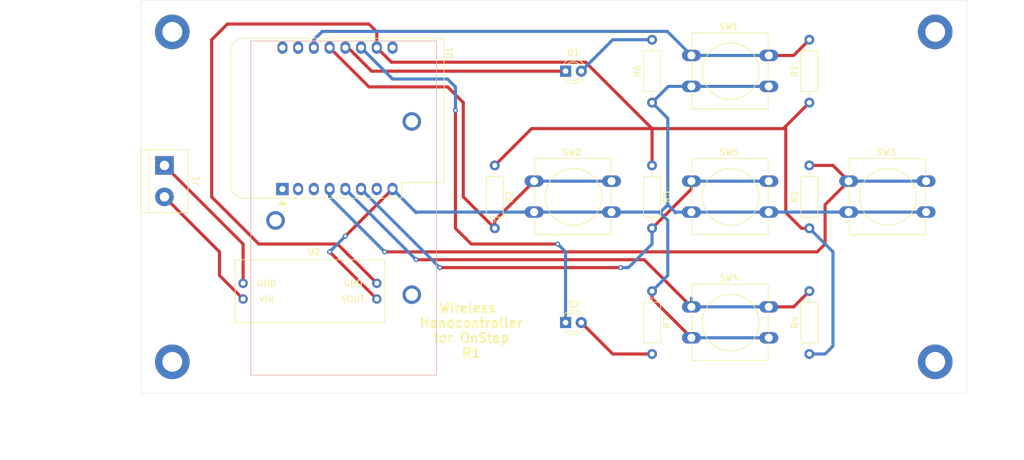
<source format=kicad_pcb>
(kicad_pcb (version 20171130) (host pcbnew "(5.1.9)-1")

  (general
    (thickness 1.6)
    (drawings 7)
    (tracks 132)
    (zones 0)
    (modules 22)
    (nets 21)
  )

  (page A4)
  (title_block
    (title "OnStep Wireless Handcontroller PCB")
    (date 2021-04-17)
    (rev R1)
  )

  (layers
    (0 F.Cu signal)
    (31 B.Cu signal)
    (32 B.Adhes user)
    (33 F.Adhes user)
    (34 B.Paste user)
    (35 F.Paste user)
    (36 B.SilkS user)
    (37 F.SilkS user)
    (38 B.Mask user)
    (39 F.Mask user)
    (40 Dwgs.User user)
    (41 Cmts.User user)
    (42 Eco1.User user)
    (43 Eco2.User user)
    (44 Edge.Cuts user)
    (45 Margin user)
    (46 B.CrtYd user)
    (47 F.CrtYd user)
    (48 B.Fab user)
    (49 F.Fab user)
  )

  (setup
    (last_trace_width 0.5)
    (user_trace_width 0.5)
    (user_trace_width 1)
    (trace_clearance 0.2)
    (zone_clearance 0.508)
    (zone_45_only no)
    (trace_min 0.2)
    (via_size 0.8)
    (via_drill 0.4)
    (via_min_size 0.4)
    (via_min_drill 0.3)
    (user_via 0.6 0.3)
    (uvia_size 0.3)
    (uvia_drill 0.1)
    (uvias_allowed no)
    (uvia_min_size 0.2)
    (uvia_min_drill 0.1)
    (edge_width 0.05)
    (segment_width 0.2)
    (pcb_text_width 0.3)
    (pcb_text_size 1.5 1.5)
    (mod_edge_width 0.12)
    (mod_text_size 1 1)
    (mod_text_width 0.15)
    (pad_size 1.524 1.524)
    (pad_drill 0.762)
    (pad_to_mask_clearance 0)
    (aux_axis_origin 0 0)
    (visible_elements 7FFFFFFF)
    (pcbplotparams
      (layerselection 0x010fc_ffffffff)
      (usegerberextensions false)
      (usegerberattributes true)
      (usegerberadvancedattributes true)
      (creategerberjobfile true)
      (excludeedgelayer true)
      (linewidth 0.100000)
      (plotframeref false)
      (viasonmask false)
      (mode 1)
      (useauxorigin false)
      (hpglpennumber 1)
      (hpglpenspeed 20)
      (hpglpendiameter 15.000000)
      (psnegative false)
      (psa4output false)
      (plotreference true)
      (plotvalue true)
      (plotinvisibletext false)
      (padsonsilk false)
      (subtractmaskfromsilk false)
      (outputformat 1)
      (mirror false)
      (drillshape 1)
      (scaleselection 1)
      (outputdirectory ""))
  )

  (net 0 "")
  (net 1 "Net-(D1-Pad2)")
  (net 2 "Net-(D1-Pad1)")
  (net 3 "Net-(D2-Pad2)")
  (net 4 "Net-(D2-Pad1)")
  (net 5 "Net-(R1-Pad2)")
  (net 6 "Net-(R2-Pad2)")
  (net 7 "Net-(R3-Pad2)")
  (net 8 "Net-(R4-Pad2)")
  (net 9 "Net-(R5-Pad2)")
  (net 10 "Net-(R6-Pad1)")
  (net 11 "Net-(U1-Pad16)")
  (net 12 "Net-(U1-Pad15)")
  (net 13 "Net-(U1-Pad7)")
  (net 14 "Net-(U1-Pad3)")
  (net 15 "Net-(U1-Pad1)")
  (net 16 "Net-(U1-Pad2)")
  (net 17 "Net-(J1-Pad2)")
  (net 18 "Net-(J1-Pad1)")
  (net 19 +9V)
  (net 20 "Net-(U1-Pad9)")

  (net_class Default "This is the default net class."
    (clearance 0.2)
    (trace_width 0.25)
    (via_dia 0.8)
    (via_drill 0.4)
    (uvia_dia 0.3)
    (uvia_drill 0.1)
    (add_net +9V)
    (add_net "Net-(J1-Pad1)")
    (add_net "Net-(J1-Pad2)")
    (add_net "Net-(U1-Pad9)")
  )

  (net_class JLPCB ""
    (clearance 0.3)
    (trace_width 0.5)
    (via_dia 0.8)
    (via_drill 0.4)
    (uvia_dia 0.83)
    (uvia_drill 0.4)
    (diff_pair_width 0.25)
    (diff_pair_gap 0.25)
    (add_net "Net-(D1-Pad1)")
    (add_net "Net-(D1-Pad2)")
    (add_net "Net-(D2-Pad1)")
    (add_net "Net-(D2-Pad2)")
    (add_net "Net-(R1-Pad2)")
    (add_net "Net-(R2-Pad2)")
    (add_net "Net-(R3-Pad2)")
    (add_net "Net-(R4-Pad2)")
    (add_net "Net-(R5-Pad2)")
    (add_net "Net-(R6-Pad1)")
    (add_net "Net-(U1-Pad1)")
    (add_net "Net-(U1-Pad15)")
    (add_net "Net-(U1-Pad16)")
    (add_net "Net-(U1-Pad2)")
    (add_net "Net-(U1-Pad3)")
    (add_net "Net-(U1-Pad7)")
  )

  (module "Personal Library:9V_Batterypack" (layer F.Cu) (tedit 6093FF42) (tstamp 60948858)
    (at 127 99.06 270)
    (fp_text reference REF** (at 0 -19 270) (layer F.SilkS) hide
      (effects (font (size 1 1) (thickness 0.15)))
    )
    (fp_text value 9V_Batterypack (at 0 16 270) (layer B.Fab)
      (effects (font (size 1 1) (thickness 0.15)) (justify mirror))
    )
    (fp_line (start 25 -16) (end -29 -16) (layer B.SilkS) (width 0.12))
    (fp_line (start -29 -16) (end -29 14) (layer B.SilkS) (width 0.12))
    (fp_line (start -29 14) (end 25 14) (layer B.SilkS) (width 0.12))
    (fp_line (start 25 14) (end 25 -16) (layer B.SilkS) (width 0.12))
    (pad "" thru_hole circle (at 0 10 270) (size 3 3) (drill 2) (layers *.Cu *.Mask))
    (pad "" thru_hole circle (at -16 -12 270) (size 3 3) (drill 2) (layers *.Cu *.Mask))
    (pad "" thru_hole circle (at 12 -12 270) (size 3 3) (drill 2) (layers *.Cu *.Mask))
  )

  (module "Personal Library:AMS1117_Shield_AZDelivery" (layer F.Cu) (tedit 6093FB2C) (tstamp 6094862D)
    (at 123.19 110.49)
    (path /6095DB03)
    (fp_text reference U2 (at 0 -6.35) (layer F.SilkS)
      (effects (font (size 1 1) (thickness 0.15)))
    )
    (fp_text value AMS1117_Shield_AZDelivery (at 0 7.62) (layer F.Fab)
      (effects (font (size 1 1) (thickness 0.15)))
    )
    (fp_text user GND (at -7.62 -1.27) (layer F.SilkS)
      (effects (font (size 1 1) (thickness 0.15)))
    )
    (fp_text user GND (at 6.35 -1.27) (layer F.SilkS)
      (effects (font (size 1 1) (thickness 0.15)))
    )
    (fp_text user VOUT (at 6.35 1.27) (layer F.SilkS)
      (effects (font (size 1 1) (thickness 0.15)))
    )
    (fp_text user VIN (at -7.62 1.27) (layer F.SilkS)
      (effects (font (size 1 1) (thickness 0.15)))
    )
    (fp_line (start -12.7 -5.08) (end 11.43 -5.08) (layer F.SilkS) (width 0.12))
    (fp_line (start 11.43 -5.08) (end 11.43 5.08) (layer F.SilkS) (width 0.12))
    (fp_line (start 11.43 5.08) (end -12.7 5.08) (layer F.SilkS) (width 0.12))
    (fp_line (start -12.7 5.08) (end -12.7 -5.08) (layer F.SilkS) (width 0.12))
    (pad 4 thru_hole circle (at 10.16 1.27) (size 1.524 1.524) (drill 0.8) (layers *.Cu *.Mask)
      (net 10 "Net-(R6-Pad1)"))
    (pad 3 thru_hole circle (at 10.16 -1.27) (size 1.524 1.524) (drill 0.8) (layers *.Cu *.Mask)
      (net 19 +9V))
    (pad 1 thru_hole circle (at -11.43 1.27) (size 1.524 1.524) (drill 0.8) (layers *.Cu *.Mask)
      (net 17 "Net-(J1-Pad2)"))
    (pad 2 thru_hole circle (at -11.43 -1.27) (size 1.524 1.524) (drill 0.8) (layers *.Cu *.Mask)
      (net 18 "Net-(J1-Pad1)"))
  )

  (module MountingHole:MountingHole_3.2mm_M3_DIN965_Pad (layer F.Cu) (tedit 56D1B4CB) (tstamp 607DD2BF)
    (at 100.33 68.58)
    (descr "Mounting Hole 3.2mm, M3, DIN965")
    (tags "mounting hole 3.2mm m3 din965")
    (attr virtual)
    (fp_text reference REF** (at 0 -3.8) (layer F.SilkS) hide
      (effects (font (size 1 1) (thickness 0.15)))
    )
    (fp_text value MountingHole_3.2mm_M3_DIN965_Pad (at 0 3.8) (layer F.Fab)
      (effects (font (size 1 1) (thickness 0.15)))
    )
    (fp_circle (center 0 0) (end 3.05 0) (layer F.CrtYd) (width 0.05))
    (fp_circle (center 0 0) (end 2.8 0) (layer Cmts.User) (width 0.15))
    (fp_text user %R (at 0.3 0) (layer F.Fab)
      (effects (font (size 1 1) (thickness 0.15)))
    )
    (pad 1 thru_hole circle (at 0 0) (size 5.6 5.6) (drill 3.2) (layers *.Cu *.Mask))
  )

  (module MountingHole:MountingHole_3.2mm_M3_DIN965_Pad (layer F.Cu) (tedit 56D1B4CB) (tstamp 607DD294)
    (at 223.52 68.58)
    (descr "Mounting Hole 3.2mm, M3, DIN965")
    (tags "mounting hole 3.2mm m3 din965")
    (attr virtual)
    (fp_text reference REF** (at 0 -3.8) (layer F.SilkS) hide
      (effects (font (size 1 1) (thickness 0.15)))
    )
    (fp_text value MountingHole_3.2mm_M3_DIN965_Pad (at 0 3.8) (layer F.Fab)
      (effects (font (size 1 1) (thickness 0.15)))
    )
    (fp_circle (center 0 0) (end 3.05 0) (layer F.CrtYd) (width 0.05))
    (fp_circle (center 0 0) (end 2.8 0) (layer Cmts.User) (width 0.15))
    (fp_text user %R (at 0.3 0) (layer F.Fab)
      (effects (font (size 1 1) (thickness 0.15)))
    )
    (pad 1 thru_hole circle (at 0 0) (size 5.6 5.6) (drill 3.2) (layers *.Cu *.Mask))
  )

  (module MountingHole:MountingHole_3.2mm_M3_DIN965_Pad (layer F.Cu) (tedit 56D1B4CB) (tstamp 607DD268)
    (at 223.52 121.92)
    (descr "Mounting Hole 3.2mm, M3, DIN965")
    (tags "mounting hole 3.2mm m3 din965")
    (attr virtual)
    (fp_text reference REF** (at 0 -3.8) (layer F.SilkS) hide
      (effects (font (size 1 1) (thickness 0.15)))
    )
    (fp_text value MountingHole_3.2mm_M3_DIN965_Pad (at 0 3.8) (layer F.Fab)
      (effects (font (size 1 1) (thickness 0.15)))
    )
    (fp_circle (center 0 0) (end 3.05 0) (layer F.CrtYd) (width 0.05))
    (fp_circle (center 0 0) (end 2.8 0) (layer Cmts.User) (width 0.15))
    (fp_text user %R (at 0.3 0) (layer F.Fab)
      (effects (font (size 1 1) (thickness 0.15)))
    )
    (pad 1 thru_hole circle (at 0 0) (size 5.6 5.6) (drill 3.2) (layers *.Cu *.Mask))
  )

  (module MountingHole:MountingHole_3.2mm_M3_DIN965_Pad (layer F.Cu) (tedit 56D1B4CB) (tstamp 607DD23D)
    (at 100.33 121.92)
    (descr "Mounting Hole 3.2mm, M3, DIN965")
    (tags "mounting hole 3.2mm m3 din965")
    (attr virtual)
    (fp_text reference REF** (at 0 -3.8) (layer F.SilkS) hide
      (effects (font (size 1 1) (thickness 0.15)))
    )
    (fp_text value MountingHole_3.2mm_M3_DIN965_Pad (at 0 3.8) (layer F.Fab)
      (effects (font (size 1 1) (thickness 0.15)))
    )
    (fp_circle (center 0 0) (end 3.05 0) (layer F.CrtYd) (width 0.05))
    (fp_circle (center 0 0) (end 2.8 0) (layer Cmts.User) (width 0.15))
    (fp_text user %R (at 0.3 0) (layer F.Fab)
      (effects (font (size 1 1) (thickness 0.15)))
    )
    (pad 1 thru_hole circle (at 0 0) (size 5.6 5.6) (drill 3.2) (layers *.Cu *.Mask))
  )

  (module Module:WEMOS_D1_mini_light (layer F.Cu) (tedit 5BBFB1CE) (tstamp 607A0957)
    (at 118.11 93.98 90)
    (descr "16-pin module, column spacing 22.86 mm (900 mils), https://wiki.wemos.cc/products:d1:d1_mini, https://c1.staticflickr.com/1/734/31400410271_f278b087db_z.jpg")
    (tags "ESP8266 WiFi microcontroller")
    (path /6078852E)
    (fp_text reference U1 (at 22 27 90) (layer F.SilkS)
      (effects (font (size 1 1) (thickness 0.15)))
    )
    (fp_text value WeMos_D1_mini (at 11.7 0 90) (layer F.Fab)
      (effects (font (size 1 1) (thickness 0.15)))
    )
    (fp_line (start 1.04 19.22) (end 1.04 26.12) (layer F.SilkS) (width 0.12))
    (fp_line (start -1.5 19.22) (end 1.04 19.22) (layer F.SilkS) (width 0.12))
    (fp_line (start -0.37 0) (end -1.37 -1) (layer F.Fab) (width 0.1))
    (fp_line (start -1.37 1) (end -0.37 0) (layer F.Fab) (width 0.1))
    (fp_line (start -1.37 -6.21) (end -1.37 -1) (layer F.Fab) (width 0.1))
    (fp_line (start 1.17 19.09) (end 1.17 25.99) (layer F.Fab) (width 0.1))
    (fp_line (start -1.37 19.09) (end 1.17 19.09) (layer F.Fab) (width 0.1))
    (fp_line (start -1.35 -7.4) (end -0.55 -8.2) (layer Dwgs.User) (width 0.1))
    (fp_line (start -1.3 -5.45) (end 1.45 -8.2) (layer Dwgs.User) (width 0.1))
    (fp_line (start -1.35 -3.4) (end 3.45 -8.2) (layer Dwgs.User) (width 0.1))
    (fp_line (start 22.65 -1.4) (end 24.25 -3) (layer Dwgs.User) (width 0.1))
    (fp_line (start 20.65 -1.4) (end 24.25 -5) (layer Dwgs.User) (width 0.1))
    (fp_line (start 18.65 -1.4) (end 24.25 -7) (layer Dwgs.User) (width 0.1))
    (fp_line (start 16.65 -1.4) (end 23.45 -8.2) (layer Dwgs.User) (width 0.1))
    (fp_line (start 14.65 -1.4) (end 21.45 -8.2) (layer Dwgs.User) (width 0.1))
    (fp_line (start 12.65 -1.4) (end 19.45 -8.2) (layer Dwgs.User) (width 0.1))
    (fp_line (start 10.65 -1.4) (end 17.45 -8.2) (layer Dwgs.User) (width 0.1))
    (fp_line (start 8.65 -1.4) (end 15.45 -8.2) (layer Dwgs.User) (width 0.1))
    (fp_line (start 6.65 -1.4) (end 13.45 -8.2) (layer Dwgs.User) (width 0.1))
    (fp_line (start 4.65 -1.4) (end 11.45 -8.2) (layer Dwgs.User) (width 0.1))
    (fp_line (start 2.65 -1.4) (end 9.45 -8.2) (layer Dwgs.User) (width 0.1))
    (fp_line (start 0.65 -1.4) (end 7.45 -8.2) (layer Dwgs.User) (width 0.1))
    (fp_line (start -1.35 -1.4) (end 5.45 -8.2) (layer Dwgs.User) (width 0.1))
    (fp_line (start -1.35 -8.2) (end -1.35 -1.4) (layer Dwgs.User) (width 0.1))
    (fp_line (start 24.25 -8.2) (end -1.35 -8.2) (layer Dwgs.User) (width 0.1))
    (fp_line (start 24.25 -1.4) (end 24.25 -8.2) (layer Dwgs.User) (width 0.1))
    (fp_line (start -1.35 -1.4) (end 24.25 -1.4) (layer Dwgs.User) (width 0.1))
    (fp_poly (pts (xy -2.54 -0.635) (xy -2.54 0.635) (xy -1.905 0)) (layer F.SilkS) (width 0.15))
    (fp_line (start -1.62 26.24) (end -1.62 -8.46) (layer F.CrtYd) (width 0.05))
    (fp_line (start 24.48 26.24) (end -1.62 26.24) (layer F.CrtYd) (width 0.05))
    (fp_line (start 24.48 -8.41) (end 24.48 26.24) (layer F.CrtYd) (width 0.05))
    (fp_line (start -1.62 -8.46) (end 24.48 -8.46) (layer F.CrtYd) (width 0.05))
    (fp_line (start -1.37 1) (end -1.37 19.09) (layer F.Fab) (width 0.1))
    (fp_line (start 22.23 -8.21) (end 0.63 -8.21) (layer F.Fab) (width 0.1))
    (fp_line (start 24.23 25.99) (end 24.23 -6.21) (layer F.Fab) (width 0.1))
    (fp_line (start 1.17 25.99) (end 24.23 25.99) (layer F.Fab) (width 0.1))
    (fp_line (start 22.24 -8.34) (end 0.63 -8.34) (layer F.SilkS) (width 0.12))
    (fp_line (start 24.36 26.12) (end 24.36 -6.21) (layer F.SilkS) (width 0.12))
    (fp_line (start -1.5 19.22) (end -1.5 -6.21) (layer F.SilkS) (width 0.12))
    (fp_line (start 1.04 26.12) (end 24.36 26.12) (layer F.SilkS) (width 0.12))
    (fp_text user "No copper" (at 11.43 -3.81 90) (layer Cmts.User)
      (effects (font (size 1 1) (thickness 0.15)))
    )
    (fp_text user "KEEP OUT" (at 11.43 -6.35 90) (layer Cmts.User)
      (effects (font (size 1 1) (thickness 0.15)))
    )
    (fp_arc (start 22.23 -6.21) (end 24.36 -6.21) (angle -90) (layer F.SilkS) (width 0.12))
    (fp_arc (start 0.63 -6.21) (end 0.63 -8.34) (angle -90) (layer F.SilkS) (width 0.12))
    (fp_arc (start 22.23 -6.21) (end 24.23 -6.19) (angle -90) (layer F.Fab) (width 0.1))
    (fp_arc (start 0.63 -6.21) (end 0.63 -8.21) (angle -90) (layer F.Fab) (width 0.1))
    (fp_text user %R (at 11.43 10 90) (layer F.Fab)
      (effects (font (size 1 1) (thickness 0.15)))
    )
    (pad 16 thru_hole oval (at 22.86 0 90) (size 2 1.6) (drill 1) (layers *.Cu *.Mask)
      (net 11 "Net-(U1-Pad16)"))
    (pad 15 thru_hole oval (at 22.86 2.54 90) (size 2 1.6) (drill 1) (layers *.Cu *.Mask)
      (net 12 "Net-(U1-Pad15)"))
    (pad 14 thru_hole oval (at 22.86 5.08 90) (size 2 1.6) (drill 1) (layers *.Cu *.Mask)
      (net 5 "Net-(R1-Pad2)"))
    (pad 13 thru_hole oval (at 22.86 7.62 90) (size 2 1.6) (drill 1) (layers *.Cu *.Mask)
      (net 6 "Net-(R2-Pad2)"))
    (pad 12 thru_hole oval (at 22.86 10.16 90) (size 2 1.6) (drill 1) (layers *.Cu *.Mask)
      (net 2 "Net-(D1-Pad1)"))
    (pad 11 thru_hole oval (at 22.86 12.7 90) (size 2 1.6) (drill 1) (layers *.Cu *.Mask)
      (net 4 "Net-(D2-Pad1)"))
    (pad 10 thru_hole oval (at 22.86 15.24 90) (size 2 1.6) (drill 1) (layers *.Cu *.Mask)
      (net 19 +9V))
    (pad 9 thru_hole oval (at 22.86 17.78 90) (size 2 1.6) (drill 1) (layers *.Cu *.Mask)
      (net 20 "Net-(U1-Pad9)"))
    (pad 8 thru_hole oval (at 0 17.78 90) (size 2 1.6) (drill 1) (layers *.Cu *.Mask)
      (net 10 "Net-(R6-Pad1)"))
    (pad 7 thru_hole oval (at 0 15.24 90) (size 2 1.6) (drill 1) (layers *.Cu *.Mask)
      (net 13 "Net-(U1-Pad7)"))
    (pad 6 thru_hole oval (at 0 12.7 90) (size 2 1.6) (drill 1) (layers *.Cu *.Mask)
      (net 9 "Net-(R5-Pad2)"))
    (pad 5 thru_hole oval (at 0 10.16 90) (size 2 1.6) (drill 1) (layers *.Cu *.Mask)
      (net 8 "Net-(R4-Pad2)"))
    (pad 4 thru_hole oval (at 0 7.62 90) (size 2 1.6) (drill 1) (layers *.Cu *.Mask)
      (net 7 "Net-(R3-Pad2)"))
    (pad 3 thru_hole oval (at 0 5.08 90) (size 2 1.6) (drill 1) (layers *.Cu *.Mask)
      (net 14 "Net-(U1-Pad3)"))
    (pad 1 thru_hole rect (at 0 0 90) (size 2 2) (drill 1) (layers *.Cu *.Mask)
      (net 15 "Net-(U1-Pad1)"))
    (pad 2 thru_hole oval (at 0 2.54 90) (size 2 1.6) (drill 1) (layers *.Cu *.Mask)
      (net 16 "Net-(U1-Pad2)"))
    (model ${KISYS3DMOD}/Module.3dshapes/WEMOS_D1_mini_light.wrl
      (at (xyz 0 0 0))
      (scale (xyz 1 1 1))
      (rotate (xyz 0 0 0))
    )
    (model ${KISYS3DMOD}/Connector_PinHeader_2.54mm.3dshapes/PinHeader_1x08_P2.54mm_Vertical.wrl
      (offset (xyz 0 0 9.5))
      (scale (xyz 1 1 1))
      (rotate (xyz 0 -180 0))
    )
    (model ${KISYS3DMOD}/Connector_PinHeader_2.54mm.3dshapes/PinHeader_1x08_P2.54mm_Vertical.wrl
      (offset (xyz 22.86 0 9.5))
      (scale (xyz 1 1 1))
      (rotate (xyz 0 -180 0))
    )
    (model ${KISYS3DMOD}/Connector_PinSocket_2.54mm.3dshapes/PinSocket_1x08_P2.54mm_Vertical.wrl
      (at (xyz 0 0 0))
      (scale (xyz 1 1 1))
      (rotate (xyz 0 0 0))
    )
    (model ${KISYS3DMOD}/Connector_PinSocket_2.54mm.3dshapes/PinSocket_1x08_P2.54mm_Vertical.wrl
      (offset (xyz 22.86 0 0))
      (scale (xyz 1 1 1))
      (rotate (xyz 0 0 0))
    )
  )

  (module Button_Switch_THT:SW_PUSH-12mm (layer F.Cu) (tedit 5D160D14) (tstamp 607A0914)
    (at 184.15 92.71)
    (descr "SW PUSH 12mm https://www.e-switch.com/system/asset/product_line/data_sheet/143/TL1100.pdf")
    (tags "tact sw push 12mm")
    (path /6078E4E1)
    (fp_text reference SW5 (at 6.08 -4.66) (layer F.SilkS)
      (effects (font (size 1 1) (thickness 0.15)))
    )
    (fp_text value SW_Push_Dual (at 6.62 9.93) (layer F.Fab)
      (effects (font (size 1 1) (thickness 0.15)))
    )
    (fp_line (start 12.4 -3.65) (end 12.4 -0.93) (layer F.SilkS) (width 0.12))
    (fp_line (start 12.4 5.93) (end 12.4 8.65) (layer F.SilkS) (width 0.12))
    (fp_line (start 0.1 4.07) (end 0.1 0.93) (layer F.SilkS) (width 0.12))
    (fp_line (start 0.1 8.65) (end 0.1 5.93) (layer F.SilkS) (width 0.12))
    (fp_line (start 0.25 -3.5) (end 0.25 8.5) (layer F.Fab) (width 0.1))
    (fp_circle (center 6.35 2.54) (end 10.16 5.08) (layer F.SilkS) (width 0.12))
    (fp_line (start 14.25 8.75) (end -1.77 8.75) (layer F.CrtYd) (width 0.05))
    (fp_line (start 14.25 8.75) (end 14.25 -3.75) (layer F.CrtYd) (width 0.05))
    (fp_line (start -1.77 -3.75) (end -1.77 8.75) (layer F.CrtYd) (width 0.05))
    (fp_line (start -1.77 -3.75) (end 14.25 -3.75) (layer F.CrtYd) (width 0.05))
    (fp_line (start 0.1 -0.93) (end 0.1 -3.65) (layer F.SilkS) (width 0.12))
    (fp_line (start 12.4 8.65) (end 0.1 8.65) (layer F.SilkS) (width 0.12))
    (fp_line (start 12.4 0.93) (end 12.4 4.07) (layer F.SilkS) (width 0.12))
    (fp_line (start 0.1 -3.65) (end 12.4 -3.65) (layer F.SilkS) (width 0.12))
    (fp_line (start 12.25 -3.5) (end 12.25 8.5) (layer F.Fab) (width 0.1))
    (fp_line (start 0.25 -3.5) (end 12.25 -3.5) (layer F.Fab) (width 0.1))
    (fp_line (start 0.25 8.5) (end 12.25 8.5) (layer F.Fab) (width 0.1))
    (fp_text user %R (at 6.35 2.54) (layer F.Fab)
      (effects (font (size 1 1) (thickness 0.15)))
    )
    (pad 2 thru_hole oval (at 0 5) (size 3.048 1.85) (drill 1.3) (layers *.Cu *.Mask)
      (net 10 "Net-(R6-Pad1)"))
    (pad 1 thru_hole oval (at 0 0) (size 3.048 1.85) (drill 1.3) (layers *.Cu *.Mask)
      (net 9 "Net-(R5-Pad2)"))
    (pad 2 thru_hole oval (at 12.5 5) (size 3.048 1.85) (drill 1.3) (layers *.Cu *.Mask)
      (net 10 "Net-(R6-Pad1)"))
    (pad 1 thru_hole oval (at 12.5 0) (size 3.048 1.85) (drill 1.3) (layers *.Cu *.Mask)
      (net 9 "Net-(R5-Pad2)"))
    (model ${KISYS3DMOD}/Button_Switch_THT.3dshapes/SW_PUSH-12mm.wrl
      (at (xyz 0 0 0))
      (scale (xyz 1 1 1))
      (rotate (xyz 0 0 0))
    )
  )

  (module Button_Switch_THT:SW_PUSH-12mm (layer F.Cu) (tedit 5D160D14) (tstamp 607A08FA)
    (at 184.15 113.03)
    (descr "SW PUSH 12mm https://www.e-switch.com/system/asset/product_line/data_sheet/143/TL1100.pdf")
    (tags "tact sw push 12mm")
    (path /6078E132)
    (fp_text reference SW4 (at 6.08 -4.66) (layer F.SilkS)
      (effects (font (size 1 1) (thickness 0.15)))
    )
    (fp_text value SW_Push_Dual (at 6.62 9.93) (layer F.Fab)
      (effects (font (size 1 1) (thickness 0.15)))
    )
    (fp_line (start 12.4 -3.65) (end 12.4 -0.93) (layer F.SilkS) (width 0.12))
    (fp_line (start 12.4 5.93) (end 12.4 8.65) (layer F.SilkS) (width 0.12))
    (fp_line (start 0.1 4.07) (end 0.1 0.93) (layer F.SilkS) (width 0.12))
    (fp_line (start 0.1 8.65) (end 0.1 5.93) (layer F.SilkS) (width 0.12))
    (fp_line (start 0.25 -3.5) (end 0.25 8.5) (layer F.Fab) (width 0.1))
    (fp_circle (center 6.35 2.54) (end 10.16 5.08) (layer F.SilkS) (width 0.12))
    (fp_line (start 14.25 8.75) (end -1.77 8.75) (layer F.CrtYd) (width 0.05))
    (fp_line (start 14.25 8.75) (end 14.25 -3.75) (layer F.CrtYd) (width 0.05))
    (fp_line (start -1.77 -3.75) (end -1.77 8.75) (layer F.CrtYd) (width 0.05))
    (fp_line (start -1.77 -3.75) (end 14.25 -3.75) (layer F.CrtYd) (width 0.05))
    (fp_line (start 0.1 -0.93) (end 0.1 -3.65) (layer F.SilkS) (width 0.12))
    (fp_line (start 12.4 8.65) (end 0.1 8.65) (layer F.SilkS) (width 0.12))
    (fp_line (start 12.4 0.93) (end 12.4 4.07) (layer F.SilkS) (width 0.12))
    (fp_line (start 0.1 -3.65) (end 12.4 -3.65) (layer F.SilkS) (width 0.12))
    (fp_line (start 12.25 -3.5) (end 12.25 8.5) (layer F.Fab) (width 0.1))
    (fp_line (start 0.25 -3.5) (end 12.25 -3.5) (layer F.Fab) (width 0.1))
    (fp_line (start 0.25 8.5) (end 12.25 8.5) (layer F.Fab) (width 0.1))
    (fp_text user %R (at 6.35 2.54) (layer F.Fab)
      (effects (font (size 1 1) (thickness 0.15)))
    )
    (pad 2 thru_hole oval (at 0 5) (size 3.048 1.85) (drill 1.3) (layers *.Cu *.Mask)
      (net 10 "Net-(R6-Pad1)"))
    (pad 1 thru_hole oval (at 0 0) (size 3.048 1.85) (drill 1.3) (layers *.Cu *.Mask)
      (net 8 "Net-(R4-Pad2)"))
    (pad 2 thru_hole oval (at 12.5 5) (size 3.048 1.85) (drill 1.3) (layers *.Cu *.Mask)
      (net 10 "Net-(R6-Pad1)"))
    (pad 1 thru_hole oval (at 12.5 0) (size 3.048 1.85) (drill 1.3) (layers *.Cu *.Mask)
      (net 8 "Net-(R4-Pad2)"))
    (model ${KISYS3DMOD}/Button_Switch_THT.3dshapes/SW_PUSH-12mm.wrl
      (at (xyz 0 0 0))
      (scale (xyz 1 1 1))
      (rotate (xyz 0 0 0))
    )
  )

  (module Button_Switch_THT:SW_PUSH-12mm (layer F.Cu) (tedit 5D160D14) (tstamp 607A08E0)
    (at 209.55 92.71)
    (descr "SW PUSH 12mm https://www.e-switch.com/system/asset/product_line/data_sheet/143/TL1100.pdf")
    (tags "tact sw push 12mm")
    (path /6078D719)
    (fp_text reference SW3 (at 6.08 -4.66) (layer F.SilkS)
      (effects (font (size 1 1) (thickness 0.15)))
    )
    (fp_text value SW_Push_Dual (at 6.62 9.93) (layer F.Fab)
      (effects (font (size 1 1) (thickness 0.15)))
    )
    (fp_line (start 12.4 -3.65) (end 12.4 -0.93) (layer F.SilkS) (width 0.12))
    (fp_line (start 12.4 5.93) (end 12.4 8.65) (layer F.SilkS) (width 0.12))
    (fp_line (start 0.1 4.07) (end 0.1 0.93) (layer F.SilkS) (width 0.12))
    (fp_line (start 0.1 8.65) (end 0.1 5.93) (layer F.SilkS) (width 0.12))
    (fp_line (start 0.25 -3.5) (end 0.25 8.5) (layer F.Fab) (width 0.1))
    (fp_circle (center 6.35 2.54) (end 10.16 5.08) (layer F.SilkS) (width 0.12))
    (fp_line (start 14.25 8.75) (end -1.77 8.75) (layer F.CrtYd) (width 0.05))
    (fp_line (start 14.25 8.75) (end 14.25 -3.75) (layer F.CrtYd) (width 0.05))
    (fp_line (start -1.77 -3.75) (end -1.77 8.75) (layer F.CrtYd) (width 0.05))
    (fp_line (start -1.77 -3.75) (end 14.25 -3.75) (layer F.CrtYd) (width 0.05))
    (fp_line (start 0.1 -0.93) (end 0.1 -3.65) (layer F.SilkS) (width 0.12))
    (fp_line (start 12.4 8.65) (end 0.1 8.65) (layer F.SilkS) (width 0.12))
    (fp_line (start 12.4 0.93) (end 12.4 4.07) (layer F.SilkS) (width 0.12))
    (fp_line (start 0.1 -3.65) (end 12.4 -3.65) (layer F.SilkS) (width 0.12))
    (fp_line (start 12.25 -3.5) (end 12.25 8.5) (layer F.Fab) (width 0.1))
    (fp_line (start 0.25 -3.5) (end 12.25 -3.5) (layer F.Fab) (width 0.1))
    (fp_line (start 0.25 8.5) (end 12.25 8.5) (layer F.Fab) (width 0.1))
    (fp_text user %R (at 6.35 2.54) (layer F.Fab)
      (effects (font (size 1 1) (thickness 0.15)))
    )
    (pad 2 thru_hole oval (at 0 5) (size 3.048 1.85) (drill 1.3) (layers *.Cu *.Mask)
      (net 10 "Net-(R6-Pad1)"))
    (pad 1 thru_hole oval (at 0 0) (size 3.048 1.85) (drill 1.3) (layers *.Cu *.Mask)
      (net 7 "Net-(R3-Pad2)"))
    (pad 2 thru_hole oval (at 12.5 5) (size 3.048 1.85) (drill 1.3) (layers *.Cu *.Mask)
      (net 10 "Net-(R6-Pad1)"))
    (pad 1 thru_hole oval (at 12.5 0) (size 3.048 1.85) (drill 1.3) (layers *.Cu *.Mask)
      (net 7 "Net-(R3-Pad2)"))
    (model ${KISYS3DMOD}/Button_Switch_THT.3dshapes/SW_PUSH-12mm.wrl
      (at (xyz 0 0 0))
      (scale (xyz 1 1 1))
      (rotate (xyz 0 0 0))
    )
  )

  (module Button_Switch_THT:SW_PUSH-12mm (layer F.Cu) (tedit 5D160D14) (tstamp 607A08C6)
    (at 158.75 92.71)
    (descr "SW PUSH 12mm https://www.e-switch.com/system/asset/product_line/data_sheet/143/TL1100.pdf")
    (tags "tact sw push 12mm")
    (path /6079063F)
    (fp_text reference SW2 (at 6.08 -4.66) (layer F.SilkS)
      (effects (font (size 1 1) (thickness 0.15)))
    )
    (fp_text value SW_Push_Dual (at 6.62 9.93) (layer F.Fab)
      (effects (font (size 1 1) (thickness 0.15)))
    )
    (fp_line (start 12.4 -3.65) (end 12.4 -0.93) (layer F.SilkS) (width 0.12))
    (fp_line (start 12.4 5.93) (end 12.4 8.65) (layer F.SilkS) (width 0.12))
    (fp_line (start 0.1 4.07) (end 0.1 0.93) (layer F.SilkS) (width 0.12))
    (fp_line (start 0.1 8.65) (end 0.1 5.93) (layer F.SilkS) (width 0.12))
    (fp_line (start 0.25 -3.5) (end 0.25 8.5) (layer F.Fab) (width 0.1))
    (fp_circle (center 6.35 2.54) (end 10.16 5.08) (layer F.SilkS) (width 0.12))
    (fp_line (start 14.25 8.75) (end -1.77 8.75) (layer F.CrtYd) (width 0.05))
    (fp_line (start 14.25 8.75) (end 14.25 -3.75) (layer F.CrtYd) (width 0.05))
    (fp_line (start -1.77 -3.75) (end -1.77 8.75) (layer F.CrtYd) (width 0.05))
    (fp_line (start -1.77 -3.75) (end 14.25 -3.75) (layer F.CrtYd) (width 0.05))
    (fp_line (start 0.1 -0.93) (end 0.1 -3.65) (layer F.SilkS) (width 0.12))
    (fp_line (start 12.4 8.65) (end 0.1 8.65) (layer F.SilkS) (width 0.12))
    (fp_line (start 12.4 0.93) (end 12.4 4.07) (layer F.SilkS) (width 0.12))
    (fp_line (start 0.1 -3.65) (end 12.4 -3.65) (layer F.SilkS) (width 0.12))
    (fp_line (start 12.25 -3.5) (end 12.25 8.5) (layer F.Fab) (width 0.1))
    (fp_line (start 0.25 -3.5) (end 12.25 -3.5) (layer F.Fab) (width 0.1))
    (fp_line (start 0.25 8.5) (end 12.25 8.5) (layer F.Fab) (width 0.1))
    (fp_text user %R (at 6.35 2.54) (layer F.Fab)
      (effects (font (size 1 1) (thickness 0.15)))
    )
    (pad 2 thru_hole oval (at 0 5) (size 3.048 1.85) (drill 1.3) (layers *.Cu *.Mask)
      (net 10 "Net-(R6-Pad1)"))
    (pad 1 thru_hole oval (at 0 0) (size 3.048 1.85) (drill 1.3) (layers *.Cu *.Mask)
      (net 6 "Net-(R2-Pad2)"))
    (pad 2 thru_hole oval (at 12.5 5) (size 3.048 1.85) (drill 1.3) (layers *.Cu *.Mask)
      (net 10 "Net-(R6-Pad1)"))
    (pad 1 thru_hole oval (at 12.5 0) (size 3.048 1.85) (drill 1.3) (layers *.Cu *.Mask)
      (net 6 "Net-(R2-Pad2)"))
    (model ${KISYS3DMOD}/Button_Switch_THT.3dshapes/SW_PUSH-12mm.wrl
      (at (xyz 0 0 0))
      (scale (xyz 1 1 1))
      (rotate (xyz 0 0 0))
    )
  )

  (module Button_Switch_THT:SW_PUSH-12mm (layer F.Cu) (tedit 5D160D14) (tstamp 607A08AC)
    (at 184.15 72.39)
    (descr "SW PUSH 12mm https://www.e-switch.com/system/asset/product_line/data_sheet/143/TL1100.pdf")
    (tags "tact sw push 12mm")
    (path /6078E95B)
    (fp_text reference SW1 (at 6.08 -4.66) (layer F.SilkS)
      (effects (font (size 1 1) (thickness 0.15)))
    )
    (fp_text value SW_Push_Dual (at 6.62 9.93) (layer F.Fab)
      (effects (font (size 1 1) (thickness 0.15)))
    )
    (fp_line (start 12.4 -3.65) (end 12.4 -0.93) (layer F.SilkS) (width 0.12))
    (fp_line (start 12.4 5.93) (end 12.4 8.65) (layer F.SilkS) (width 0.12))
    (fp_line (start 0.1 4.07) (end 0.1 0.93) (layer F.SilkS) (width 0.12))
    (fp_line (start 0.1 8.65) (end 0.1 5.93) (layer F.SilkS) (width 0.12))
    (fp_line (start 0.25 -3.5) (end 0.25 8.5) (layer F.Fab) (width 0.1))
    (fp_circle (center 6.35 2.54) (end 10.16 5.08) (layer F.SilkS) (width 0.12))
    (fp_line (start 14.25 8.75) (end -1.77 8.75) (layer F.CrtYd) (width 0.05))
    (fp_line (start 14.25 8.75) (end 14.25 -3.75) (layer F.CrtYd) (width 0.05))
    (fp_line (start -1.77 -3.75) (end -1.77 8.75) (layer F.CrtYd) (width 0.05))
    (fp_line (start -1.77 -3.75) (end 14.25 -3.75) (layer F.CrtYd) (width 0.05))
    (fp_line (start 0.1 -0.93) (end 0.1 -3.65) (layer F.SilkS) (width 0.12))
    (fp_line (start 12.4 8.65) (end 0.1 8.65) (layer F.SilkS) (width 0.12))
    (fp_line (start 12.4 0.93) (end 12.4 4.07) (layer F.SilkS) (width 0.12))
    (fp_line (start 0.1 -3.65) (end 12.4 -3.65) (layer F.SilkS) (width 0.12))
    (fp_line (start 12.25 -3.5) (end 12.25 8.5) (layer F.Fab) (width 0.1))
    (fp_line (start 0.25 -3.5) (end 12.25 -3.5) (layer F.Fab) (width 0.1))
    (fp_line (start 0.25 8.5) (end 12.25 8.5) (layer F.Fab) (width 0.1))
    (fp_text user %R (at 6.35 2.54) (layer F.Fab)
      (effects (font (size 1 1) (thickness 0.15)))
    )
    (pad 2 thru_hole oval (at 0 5) (size 3.048 1.85) (drill 1.3) (layers *.Cu *.Mask)
      (net 10 "Net-(R6-Pad1)"))
    (pad 1 thru_hole oval (at 0 0) (size 3.048 1.85) (drill 1.3) (layers *.Cu *.Mask)
      (net 5 "Net-(R1-Pad2)"))
    (pad 2 thru_hole oval (at 12.5 5) (size 3.048 1.85) (drill 1.3) (layers *.Cu *.Mask)
      (net 10 "Net-(R6-Pad1)"))
    (pad 1 thru_hole oval (at 12.5 0) (size 3.048 1.85) (drill 1.3) (layers *.Cu *.Mask)
      (net 5 "Net-(R1-Pad2)"))
    (model ${KISYS3DMOD}/Button_Switch_THT.3dshapes/SW_PUSH-12mm.wrl
      (at (xyz 0 0 0))
      (scale (xyz 1 1 1))
      (rotate (xyz 0 0 0))
    )
  )

  (module Resistor_THT:R_Axial_DIN0207_L6.3mm_D2.5mm_P10.16mm_Horizontal (layer F.Cu) (tedit 5AE5139B) (tstamp 607A0892)
    (at 177.8 110.49 270)
    (descr "Resistor, Axial_DIN0207 series, Axial, Horizontal, pin pitch=10.16mm, 0.25W = 1/4W, length*diameter=6.3*2.5mm^2, http://cdn-reichelt.de/documents/datenblatt/B400/1_4W%23YAG.pdf")
    (tags "Resistor Axial_DIN0207 series Axial Horizontal pin pitch 10.16mm 0.25W = 1/4W length 6.3mm diameter 2.5mm")
    (path /607B791B)
    (fp_text reference R7 (at 5.08 -2.37 90) (layer F.SilkS)
      (effects (font (size 1 1) (thickness 0.15)))
    )
    (fp_text value R (at 5.08 2.37 90) (layer F.Fab)
      (effects (font (size 1 1) (thickness 0.15)))
    )
    (fp_line (start 11.21 -1.5) (end -1.05 -1.5) (layer F.CrtYd) (width 0.05))
    (fp_line (start 11.21 1.5) (end 11.21 -1.5) (layer F.CrtYd) (width 0.05))
    (fp_line (start -1.05 1.5) (end 11.21 1.5) (layer F.CrtYd) (width 0.05))
    (fp_line (start -1.05 -1.5) (end -1.05 1.5) (layer F.CrtYd) (width 0.05))
    (fp_line (start 9.12 0) (end 8.35 0) (layer F.SilkS) (width 0.12))
    (fp_line (start 1.04 0) (end 1.81 0) (layer F.SilkS) (width 0.12))
    (fp_line (start 8.35 -1.37) (end 1.81 -1.37) (layer F.SilkS) (width 0.12))
    (fp_line (start 8.35 1.37) (end 8.35 -1.37) (layer F.SilkS) (width 0.12))
    (fp_line (start 1.81 1.37) (end 8.35 1.37) (layer F.SilkS) (width 0.12))
    (fp_line (start 1.81 -1.37) (end 1.81 1.37) (layer F.SilkS) (width 0.12))
    (fp_line (start 10.16 0) (end 8.23 0) (layer F.Fab) (width 0.1))
    (fp_line (start 0 0) (end 1.93 0) (layer F.Fab) (width 0.1))
    (fp_line (start 8.23 -1.25) (end 1.93 -1.25) (layer F.Fab) (width 0.1))
    (fp_line (start 8.23 1.25) (end 8.23 -1.25) (layer F.Fab) (width 0.1))
    (fp_line (start 1.93 1.25) (end 8.23 1.25) (layer F.Fab) (width 0.1))
    (fp_line (start 1.93 -1.25) (end 1.93 1.25) (layer F.Fab) (width 0.1))
    (fp_text user %R (at 5.08 0 90) (layer F.Fab)
      (effects (font (size 1 1) (thickness 0.15)))
    )
    (pad 2 thru_hole oval (at 10.16 0 270) (size 1.6 1.6) (drill 0.8) (layers *.Cu *.Mask)
      (net 3 "Net-(D2-Pad2)"))
    (pad 1 thru_hole circle (at 0 0 270) (size 1.6 1.6) (drill 0.8) (layers *.Cu *.Mask)
      (net 10 "Net-(R6-Pad1)"))
    (model ${KISYS3DMOD}/Resistor_THT.3dshapes/R_Axial_DIN0207_L6.3mm_D2.5mm_P10.16mm_Horizontal.wrl
      (at (xyz 0 0 0))
      (scale (xyz 1 1 1))
      (rotate (xyz 0 0 0))
    )
  )

  (module Resistor_THT:R_Axial_DIN0207_L6.3mm_D2.5mm_P10.16mm_Horizontal (layer F.Cu) (tedit 5AE5139B) (tstamp 607A0DAD)
    (at 177.8 80.01 90)
    (descr "Resistor, Axial_DIN0207 series, Axial, Horizontal, pin pitch=10.16mm, 0.25W = 1/4W, length*diameter=6.3*2.5mm^2, http://cdn-reichelt.de/documents/datenblatt/B400/1_4W%23YAG.pdf")
    (tags "Resistor Axial_DIN0207 series Axial Horizontal pin pitch 10.16mm 0.25W = 1/4W length 6.3mm diameter 2.5mm")
    (path /607B7269)
    (fp_text reference R6 (at 5.08 -2.37 90) (layer F.SilkS)
      (effects (font (size 1 1) (thickness 0.15)))
    )
    (fp_text value R (at 5.08 2.37 90) (layer F.Fab)
      (effects (font (size 1 1) (thickness 0.15)))
    )
    (fp_line (start 11.21 -1.5) (end -1.05 -1.5) (layer F.CrtYd) (width 0.05))
    (fp_line (start 11.21 1.5) (end 11.21 -1.5) (layer F.CrtYd) (width 0.05))
    (fp_line (start -1.05 1.5) (end 11.21 1.5) (layer F.CrtYd) (width 0.05))
    (fp_line (start -1.05 -1.5) (end -1.05 1.5) (layer F.CrtYd) (width 0.05))
    (fp_line (start 9.12 0) (end 8.35 0) (layer F.SilkS) (width 0.12))
    (fp_line (start 1.04 0) (end 1.81 0) (layer F.SilkS) (width 0.12))
    (fp_line (start 8.35 -1.37) (end 1.81 -1.37) (layer F.SilkS) (width 0.12))
    (fp_line (start 8.35 1.37) (end 8.35 -1.37) (layer F.SilkS) (width 0.12))
    (fp_line (start 1.81 1.37) (end 8.35 1.37) (layer F.SilkS) (width 0.12))
    (fp_line (start 1.81 -1.37) (end 1.81 1.37) (layer F.SilkS) (width 0.12))
    (fp_line (start 10.16 0) (end 8.23 0) (layer F.Fab) (width 0.1))
    (fp_line (start 0 0) (end 1.93 0) (layer F.Fab) (width 0.1))
    (fp_line (start 8.23 -1.25) (end 1.93 -1.25) (layer F.Fab) (width 0.1))
    (fp_line (start 8.23 1.25) (end 8.23 -1.25) (layer F.Fab) (width 0.1))
    (fp_line (start 1.93 1.25) (end 8.23 1.25) (layer F.Fab) (width 0.1))
    (fp_line (start 1.93 -1.25) (end 1.93 1.25) (layer F.Fab) (width 0.1))
    (fp_text user %R (at 5.08 0 90) (layer F.Fab)
      (effects (font (size 1 1) (thickness 0.15)))
    )
    (pad 2 thru_hole oval (at 10.16 0 90) (size 1.6 1.6) (drill 0.8) (layers *.Cu *.Mask)
      (net 1 "Net-(D1-Pad2)"))
    (pad 1 thru_hole circle (at 0 0 90) (size 1.6 1.6) (drill 0.8) (layers *.Cu *.Mask)
      (net 10 "Net-(R6-Pad1)"))
    (model ${KISYS3DMOD}/Resistor_THT.3dshapes/R_Axial_DIN0207_L6.3mm_D2.5mm_P10.16mm_Horizontal.wrl
      (at (xyz 0 0 0))
      (scale (xyz 1 1 1))
      (rotate (xyz 0 0 0))
    )
  )

  (module Resistor_THT:R_Axial_DIN0207_L6.3mm_D2.5mm_P10.16mm_Horizontal (layer F.Cu) (tedit 5AE5139B) (tstamp 607A0864)
    (at 177.8 90.17 270)
    (descr "Resistor, Axial_DIN0207 series, Axial, Horizontal, pin pitch=10.16mm, 0.25W = 1/4W, length*diameter=6.3*2.5mm^2, http://cdn-reichelt.de/documents/datenblatt/B400/1_4W%23YAG.pdf")
    (tags "Resistor Axial_DIN0207 series Axial Horizontal pin pitch 10.16mm 0.25W = 1/4W length 6.3mm diameter 2.5mm")
    (path /6078BECD)
    (fp_text reference R5 (at 5.08 -2.37 90) (layer F.SilkS)
      (effects (font (size 1 1) (thickness 0.15)))
    )
    (fp_text value 10k (at 5.08 2.37 90) (layer F.Fab)
      (effects (font (size 1 1) (thickness 0.15)))
    )
    (fp_line (start 11.21 -1.5) (end -1.05 -1.5) (layer F.CrtYd) (width 0.05))
    (fp_line (start 11.21 1.5) (end 11.21 -1.5) (layer F.CrtYd) (width 0.05))
    (fp_line (start -1.05 1.5) (end 11.21 1.5) (layer F.CrtYd) (width 0.05))
    (fp_line (start -1.05 -1.5) (end -1.05 1.5) (layer F.CrtYd) (width 0.05))
    (fp_line (start 9.12 0) (end 8.35 0) (layer F.SilkS) (width 0.12))
    (fp_line (start 1.04 0) (end 1.81 0) (layer F.SilkS) (width 0.12))
    (fp_line (start 8.35 -1.37) (end 1.81 -1.37) (layer F.SilkS) (width 0.12))
    (fp_line (start 8.35 1.37) (end 8.35 -1.37) (layer F.SilkS) (width 0.12))
    (fp_line (start 1.81 1.37) (end 8.35 1.37) (layer F.SilkS) (width 0.12))
    (fp_line (start 1.81 -1.37) (end 1.81 1.37) (layer F.SilkS) (width 0.12))
    (fp_line (start 10.16 0) (end 8.23 0) (layer F.Fab) (width 0.1))
    (fp_line (start 0 0) (end 1.93 0) (layer F.Fab) (width 0.1))
    (fp_line (start 8.23 -1.25) (end 1.93 -1.25) (layer F.Fab) (width 0.1))
    (fp_line (start 8.23 1.25) (end 8.23 -1.25) (layer F.Fab) (width 0.1))
    (fp_line (start 1.93 1.25) (end 8.23 1.25) (layer F.Fab) (width 0.1))
    (fp_line (start 1.93 -1.25) (end 1.93 1.25) (layer F.Fab) (width 0.1))
    (fp_text user %R (at 5.08 0 90) (layer F.Fab)
      (effects (font (size 1 1) (thickness 0.15)))
    )
    (pad 2 thru_hole oval (at 10.16 0 270) (size 1.6 1.6) (drill 0.8) (layers *.Cu *.Mask)
      (net 9 "Net-(R5-Pad2)"))
    (pad 1 thru_hole circle (at 0 0 270) (size 1.6 1.6) (drill 0.8) (layers *.Cu *.Mask)
      (net 19 +9V))
    (model ${KISYS3DMOD}/Resistor_THT.3dshapes/R_Axial_DIN0207_L6.3mm_D2.5mm_P10.16mm_Horizontal.wrl
      (at (xyz 0 0 0))
      (scale (xyz 1 1 1))
      (rotate (xyz 0 0 0))
    )
  )

  (module Resistor_THT:R_Axial_DIN0207_L6.3mm_D2.5mm_P10.16mm_Horizontal (layer F.Cu) (tedit 5AE5139B) (tstamp 607A11D8)
    (at 203.2 120.65 90)
    (descr "Resistor, Axial_DIN0207 series, Axial, Horizontal, pin pitch=10.16mm, 0.25W = 1/4W, length*diameter=6.3*2.5mm^2, http://cdn-reichelt.de/documents/datenblatt/B400/1_4W%23YAG.pdf")
    (tags "Resistor Axial_DIN0207 series Axial Horizontal pin pitch 10.16mm 0.25W = 1/4W length 6.3mm diameter 2.5mm")
    (path /6078BA67)
    (fp_text reference R4 (at 5.08 -2.37 90) (layer F.SilkS)
      (effects (font (size 1 1) (thickness 0.15)))
    )
    (fp_text value 10k (at 5.08 2.37 90) (layer F.Fab)
      (effects (font (size 1 1) (thickness 0.15)))
    )
    (fp_line (start 11.21 -1.5) (end -1.05 -1.5) (layer F.CrtYd) (width 0.05))
    (fp_line (start 11.21 1.5) (end 11.21 -1.5) (layer F.CrtYd) (width 0.05))
    (fp_line (start -1.05 1.5) (end 11.21 1.5) (layer F.CrtYd) (width 0.05))
    (fp_line (start -1.05 -1.5) (end -1.05 1.5) (layer F.CrtYd) (width 0.05))
    (fp_line (start 9.12 0) (end 8.35 0) (layer F.SilkS) (width 0.12))
    (fp_line (start 1.04 0) (end 1.81 0) (layer F.SilkS) (width 0.12))
    (fp_line (start 8.35 -1.37) (end 1.81 -1.37) (layer F.SilkS) (width 0.12))
    (fp_line (start 8.35 1.37) (end 8.35 -1.37) (layer F.SilkS) (width 0.12))
    (fp_line (start 1.81 1.37) (end 8.35 1.37) (layer F.SilkS) (width 0.12))
    (fp_line (start 1.81 -1.37) (end 1.81 1.37) (layer F.SilkS) (width 0.12))
    (fp_line (start 10.16 0) (end 8.23 0) (layer F.Fab) (width 0.1))
    (fp_line (start 0 0) (end 1.93 0) (layer F.Fab) (width 0.1))
    (fp_line (start 8.23 -1.25) (end 1.93 -1.25) (layer F.Fab) (width 0.1))
    (fp_line (start 8.23 1.25) (end 8.23 -1.25) (layer F.Fab) (width 0.1))
    (fp_line (start 1.93 1.25) (end 8.23 1.25) (layer F.Fab) (width 0.1))
    (fp_line (start 1.93 -1.25) (end 1.93 1.25) (layer F.Fab) (width 0.1))
    (fp_text user %R (at 5.08 0 90) (layer F.Fab)
      (effects (font (size 1 1) (thickness 0.15)))
    )
    (pad 2 thru_hole oval (at 10.16 0 90) (size 1.6 1.6) (drill 0.8) (layers *.Cu *.Mask)
      (net 8 "Net-(R4-Pad2)"))
    (pad 1 thru_hole circle (at 0 0 90) (size 1.6 1.6) (drill 0.8) (layers *.Cu *.Mask)
      (net 19 +9V))
    (model ${KISYS3DMOD}/Resistor_THT.3dshapes/R_Axial_DIN0207_L6.3mm_D2.5mm_P10.16mm_Horizontal.wrl
      (at (xyz 0 0 0))
      (scale (xyz 1 1 1))
      (rotate (xyz 0 0 0))
    )
  )

  (module Resistor_THT:R_Axial_DIN0207_L6.3mm_D2.5mm_P10.16mm_Horizontal (layer F.Cu) (tedit 5AE5139B) (tstamp 607A0836)
    (at 203.2 100.33 90)
    (descr "Resistor, Axial_DIN0207 series, Axial, Horizontal, pin pitch=10.16mm, 0.25W = 1/4W, length*diameter=6.3*2.5mm^2, http://cdn-reichelt.de/documents/datenblatt/B400/1_4W%23YAG.pdf")
    (tags "Resistor Axial_DIN0207 series Axial Horizontal pin pitch 10.16mm 0.25W = 1/4W length 6.3mm diameter 2.5mm")
    (path /6078C825)
    (fp_text reference R3 (at 5.08 -2.37 90) (layer F.SilkS)
      (effects (font (size 1 1) (thickness 0.15)))
    )
    (fp_text value 10k (at 5.08 2.37 90) (layer F.Fab)
      (effects (font (size 1 1) (thickness 0.15)))
    )
    (fp_line (start 11.21 -1.5) (end -1.05 -1.5) (layer F.CrtYd) (width 0.05))
    (fp_line (start 11.21 1.5) (end 11.21 -1.5) (layer F.CrtYd) (width 0.05))
    (fp_line (start -1.05 1.5) (end 11.21 1.5) (layer F.CrtYd) (width 0.05))
    (fp_line (start -1.05 -1.5) (end -1.05 1.5) (layer F.CrtYd) (width 0.05))
    (fp_line (start 9.12 0) (end 8.35 0) (layer F.SilkS) (width 0.12))
    (fp_line (start 1.04 0) (end 1.81 0) (layer F.SilkS) (width 0.12))
    (fp_line (start 8.35 -1.37) (end 1.81 -1.37) (layer F.SilkS) (width 0.12))
    (fp_line (start 8.35 1.37) (end 8.35 -1.37) (layer F.SilkS) (width 0.12))
    (fp_line (start 1.81 1.37) (end 8.35 1.37) (layer F.SilkS) (width 0.12))
    (fp_line (start 1.81 -1.37) (end 1.81 1.37) (layer F.SilkS) (width 0.12))
    (fp_line (start 10.16 0) (end 8.23 0) (layer F.Fab) (width 0.1))
    (fp_line (start 0 0) (end 1.93 0) (layer F.Fab) (width 0.1))
    (fp_line (start 8.23 -1.25) (end 1.93 -1.25) (layer F.Fab) (width 0.1))
    (fp_line (start 8.23 1.25) (end 8.23 -1.25) (layer F.Fab) (width 0.1))
    (fp_line (start 1.93 1.25) (end 8.23 1.25) (layer F.Fab) (width 0.1))
    (fp_line (start 1.93 -1.25) (end 1.93 1.25) (layer F.Fab) (width 0.1))
    (fp_text user %R (at 5.08 0 90) (layer F.Fab)
      (effects (font (size 1 1) (thickness 0.15)))
    )
    (pad 2 thru_hole oval (at 10.16 0 90) (size 1.6 1.6) (drill 0.8) (layers *.Cu *.Mask)
      (net 7 "Net-(R3-Pad2)"))
    (pad 1 thru_hole circle (at 0 0 90) (size 1.6 1.6) (drill 0.8) (layers *.Cu *.Mask)
      (net 19 +9V))
    (model ${KISYS3DMOD}/Resistor_THT.3dshapes/R_Axial_DIN0207_L6.3mm_D2.5mm_P10.16mm_Horizontal.wrl
      (at (xyz 0 0 0))
      (scale (xyz 1 1 1))
      (rotate (xyz 0 0 0))
    )
  )

  (module Resistor_THT:R_Axial_DIN0207_L6.3mm_D2.5mm_P10.16mm_Horizontal (layer F.Cu) (tedit 5AE5139B) (tstamp 607A081F)
    (at 152.4 90.17 270)
    (descr "Resistor, Axial_DIN0207 series, Axial, Horizontal, pin pitch=10.16mm, 0.25W = 1/4W, length*diameter=6.3*2.5mm^2, http://cdn-reichelt.de/documents/datenblatt/B400/1_4W%23YAG.pdf")
    (tags "Resistor Axial_DIN0207 series Axial Horizontal pin pitch 10.16mm 0.25W = 1/4W length 6.3mm diameter 2.5mm")
    (path /6078B527)
    (fp_text reference R2 (at 5.08 -2.37 90) (layer F.SilkS)
      (effects (font (size 1 1) (thickness 0.15)))
    )
    (fp_text value 10k (at 5.08 2.37 90) (layer F.Fab)
      (effects (font (size 1 1) (thickness 0.15)))
    )
    (fp_line (start 11.21 -1.5) (end -1.05 -1.5) (layer F.CrtYd) (width 0.05))
    (fp_line (start 11.21 1.5) (end 11.21 -1.5) (layer F.CrtYd) (width 0.05))
    (fp_line (start -1.05 1.5) (end 11.21 1.5) (layer F.CrtYd) (width 0.05))
    (fp_line (start -1.05 -1.5) (end -1.05 1.5) (layer F.CrtYd) (width 0.05))
    (fp_line (start 9.12 0) (end 8.35 0) (layer F.SilkS) (width 0.12))
    (fp_line (start 1.04 0) (end 1.81 0) (layer F.SilkS) (width 0.12))
    (fp_line (start 8.35 -1.37) (end 1.81 -1.37) (layer F.SilkS) (width 0.12))
    (fp_line (start 8.35 1.37) (end 8.35 -1.37) (layer F.SilkS) (width 0.12))
    (fp_line (start 1.81 1.37) (end 8.35 1.37) (layer F.SilkS) (width 0.12))
    (fp_line (start 1.81 -1.37) (end 1.81 1.37) (layer F.SilkS) (width 0.12))
    (fp_line (start 10.16 0) (end 8.23 0) (layer F.Fab) (width 0.1))
    (fp_line (start 0 0) (end 1.93 0) (layer F.Fab) (width 0.1))
    (fp_line (start 8.23 -1.25) (end 1.93 -1.25) (layer F.Fab) (width 0.1))
    (fp_line (start 8.23 1.25) (end 8.23 -1.25) (layer F.Fab) (width 0.1))
    (fp_line (start 1.93 1.25) (end 8.23 1.25) (layer F.Fab) (width 0.1))
    (fp_line (start 1.93 -1.25) (end 1.93 1.25) (layer F.Fab) (width 0.1))
    (fp_text user %R (at 5.08 0 90) (layer F.Fab)
      (effects (font (size 1 1) (thickness 0.15)))
    )
    (pad 2 thru_hole oval (at 10.16 0 270) (size 1.6 1.6) (drill 0.8) (layers *.Cu *.Mask)
      (net 6 "Net-(R2-Pad2)"))
    (pad 1 thru_hole circle (at 0 0 270) (size 1.6 1.6) (drill 0.8) (layers *.Cu *.Mask)
      (net 19 +9V))
    (model ${KISYS3DMOD}/Resistor_THT.3dshapes/R_Axial_DIN0207_L6.3mm_D2.5mm_P10.16mm_Horizontal.wrl
      (at (xyz 0 0 0))
      (scale (xyz 1 1 1))
      (rotate (xyz 0 0 0))
    )
  )

  (module Resistor_THT:R_Axial_DIN0207_L6.3mm_D2.5mm_P10.16mm_Horizontal (layer F.Cu) (tedit 5AE5139B) (tstamp 607A0808)
    (at 203.2 80.01 90)
    (descr "Resistor, Axial_DIN0207 series, Axial, Horizontal, pin pitch=10.16mm, 0.25W = 1/4W, length*diameter=6.3*2.5mm^2, http://cdn-reichelt.de/documents/datenblatt/B400/1_4W%23YAG.pdf")
    (tags "Resistor Axial_DIN0207 series Axial Horizontal pin pitch 10.16mm 0.25W = 1/4W length 6.3mm diameter 2.5mm")
    (path /6078B0D5)
    (fp_text reference R1 (at 5.08 -2.37 90) (layer F.SilkS)
      (effects (font (size 1 1) (thickness 0.15)))
    )
    (fp_text value 10k (at 5.08 2.37 90) (layer F.Fab)
      (effects (font (size 1 1) (thickness 0.15)))
    )
    (fp_line (start 11.21 -1.5) (end -1.05 -1.5) (layer F.CrtYd) (width 0.05))
    (fp_line (start 11.21 1.5) (end 11.21 -1.5) (layer F.CrtYd) (width 0.05))
    (fp_line (start -1.05 1.5) (end 11.21 1.5) (layer F.CrtYd) (width 0.05))
    (fp_line (start -1.05 -1.5) (end -1.05 1.5) (layer F.CrtYd) (width 0.05))
    (fp_line (start 9.12 0) (end 8.35 0) (layer F.SilkS) (width 0.12))
    (fp_line (start 1.04 0) (end 1.81 0) (layer F.SilkS) (width 0.12))
    (fp_line (start 8.35 -1.37) (end 1.81 -1.37) (layer F.SilkS) (width 0.12))
    (fp_line (start 8.35 1.37) (end 8.35 -1.37) (layer F.SilkS) (width 0.12))
    (fp_line (start 1.81 1.37) (end 8.35 1.37) (layer F.SilkS) (width 0.12))
    (fp_line (start 1.81 -1.37) (end 1.81 1.37) (layer F.SilkS) (width 0.12))
    (fp_line (start 10.16 0) (end 8.23 0) (layer F.Fab) (width 0.1))
    (fp_line (start 0 0) (end 1.93 0) (layer F.Fab) (width 0.1))
    (fp_line (start 8.23 -1.25) (end 1.93 -1.25) (layer F.Fab) (width 0.1))
    (fp_line (start 8.23 1.25) (end 8.23 -1.25) (layer F.Fab) (width 0.1))
    (fp_line (start 1.93 1.25) (end 8.23 1.25) (layer F.Fab) (width 0.1))
    (fp_line (start 1.93 -1.25) (end 1.93 1.25) (layer F.Fab) (width 0.1))
    (fp_text user %R (at 5.08 0 90) (layer F.Fab)
      (effects (font (size 1 1) (thickness 0.15)))
    )
    (pad 2 thru_hole oval (at 10.16 0 90) (size 1.6 1.6) (drill 0.8) (layers *.Cu *.Mask)
      (net 5 "Net-(R1-Pad2)"))
    (pad 1 thru_hole circle (at 0 0 90) (size 1.6 1.6) (drill 0.8) (layers *.Cu *.Mask)
      (net 19 +9V))
    (model ${KISYS3DMOD}/Resistor_THT.3dshapes/R_Axial_DIN0207_L6.3mm_D2.5mm_P10.16mm_Horizontal.wrl
      (at (xyz 0 0 0))
      (scale (xyz 1 1 1))
      (rotate (xyz 0 0 0))
    )
  )

  (module TerminalBlock:TerminalBlock_bornier-2_P5.08mm (layer F.Cu) (tedit 59FF03AB) (tstamp 607A07F1)
    (at 99.06 90.17 270)
    (descr "simple 2-pin terminal block, pitch 5.08mm, revamped version of bornier2")
    (tags "terminal block bornier2")
    (path /607C8F74)
    (fp_text reference J1 (at 2.54 -5.08 90) (layer F.SilkS)
      (effects (font (size 1 1) (thickness 0.15)))
    )
    (fp_text value Screw_Terminal_01x02 (at 2.54 5.08 90) (layer F.Fab)
      (effects (font (size 1 1) (thickness 0.15)))
    )
    (fp_line (start 7.79 4) (end -2.71 4) (layer F.CrtYd) (width 0.05))
    (fp_line (start 7.79 4) (end 7.79 -4) (layer F.CrtYd) (width 0.05))
    (fp_line (start -2.71 -4) (end -2.71 4) (layer F.CrtYd) (width 0.05))
    (fp_line (start -2.71 -4) (end 7.79 -4) (layer F.CrtYd) (width 0.05))
    (fp_line (start -2.54 3.81) (end 7.62 3.81) (layer F.SilkS) (width 0.12))
    (fp_line (start -2.54 -3.81) (end -2.54 3.81) (layer F.SilkS) (width 0.12))
    (fp_line (start 7.62 -3.81) (end -2.54 -3.81) (layer F.SilkS) (width 0.12))
    (fp_line (start 7.62 3.81) (end 7.62 -3.81) (layer F.SilkS) (width 0.12))
    (fp_line (start 7.62 2.54) (end -2.54 2.54) (layer F.SilkS) (width 0.12))
    (fp_line (start 7.54 -3.75) (end -2.46 -3.75) (layer F.Fab) (width 0.1))
    (fp_line (start 7.54 3.75) (end 7.54 -3.75) (layer F.Fab) (width 0.1))
    (fp_line (start -2.46 3.75) (end 7.54 3.75) (layer F.Fab) (width 0.1))
    (fp_line (start -2.46 -3.75) (end -2.46 3.75) (layer F.Fab) (width 0.1))
    (fp_line (start -2.41 2.55) (end 7.49 2.55) (layer F.Fab) (width 0.1))
    (fp_text user %R (at 2.54 0 90) (layer F.Fab)
      (effects (font (size 1 1) (thickness 0.15)))
    )
    (pad 2 thru_hole circle (at 5.08 0 270) (size 3 3) (drill 1.52) (layers *.Cu *.Mask)
      (net 17 "Net-(J1-Pad2)"))
    (pad 1 thru_hole rect (at 0 0 270) (size 3 3) (drill 1.52) (layers *.Cu *.Mask)
      (net 18 "Net-(J1-Pad1)"))
    (model ${KISYS3DMOD}/TerminalBlock.3dshapes/TerminalBlock_bornier-2_P5.08mm.wrl
      (offset (xyz 2.539999961853027 0 0))
      (scale (xyz 1 1 1))
      (rotate (xyz 0 0 0))
    )
  )

  (module LED_THT:LED_D3.0mm (layer F.Cu) (tedit 587A3A7B) (tstamp 607A07DC)
    (at 163.83 115.57)
    (descr "LED, diameter 3.0mm, 2 pins")
    (tags "LED diameter 3.0mm 2 pins")
    (path /607B1746)
    (fp_text reference D2 (at 1.27 -2.96) (layer F.SilkS)
      (effects (font (size 1 1) (thickness 0.15)))
    )
    (fp_text value LED (at 1.27 2.96) (layer F.Fab)
      (effects (font (size 1 1) (thickness 0.15)))
    )
    (fp_line (start 3.7 -2.25) (end -1.15 -2.25) (layer F.CrtYd) (width 0.05))
    (fp_line (start 3.7 2.25) (end 3.7 -2.25) (layer F.CrtYd) (width 0.05))
    (fp_line (start -1.15 2.25) (end 3.7 2.25) (layer F.CrtYd) (width 0.05))
    (fp_line (start -1.15 -2.25) (end -1.15 2.25) (layer F.CrtYd) (width 0.05))
    (fp_line (start -0.29 1.08) (end -0.29 1.236) (layer F.SilkS) (width 0.12))
    (fp_line (start -0.29 -1.236) (end -0.29 -1.08) (layer F.SilkS) (width 0.12))
    (fp_line (start -0.23 -1.16619) (end -0.23 1.16619) (layer F.Fab) (width 0.1))
    (fp_circle (center 1.27 0) (end 2.77 0) (layer F.Fab) (width 0.1))
    (fp_arc (start 1.27 0) (end 0.229039 1.08) (angle -87.9) (layer F.SilkS) (width 0.12))
    (fp_arc (start 1.27 0) (end 0.229039 -1.08) (angle 87.9) (layer F.SilkS) (width 0.12))
    (fp_arc (start 1.27 0) (end -0.29 1.235516) (angle -108.8) (layer F.SilkS) (width 0.12))
    (fp_arc (start 1.27 0) (end -0.29 -1.235516) (angle 108.8) (layer F.SilkS) (width 0.12))
    (fp_arc (start 1.27 0) (end -0.23 -1.16619) (angle 284.3) (layer F.Fab) (width 0.1))
    (pad 2 thru_hole circle (at 2.54 0) (size 1.8 1.8) (drill 0.9) (layers *.Cu *.Mask)
      (net 3 "Net-(D2-Pad2)"))
    (pad 1 thru_hole rect (at 0 0) (size 1.8 1.8) (drill 0.9) (layers *.Cu *.Mask)
      (net 4 "Net-(D2-Pad1)"))
    (model ${KISYS3DMOD}/LED_THT.3dshapes/LED_D3.0mm.wrl
      (at (xyz 0 0 0))
      (scale (xyz 1 1 1))
      (rotate (xyz 0 0 0))
    )
  )

  (module LED_THT:LED_D3.0mm (layer F.Cu) (tedit 587A3A7B) (tstamp 607A07C9)
    (at 163.83 74.93)
    (descr "LED, diameter 3.0mm, 2 pins")
    (tags "LED diameter 3.0mm 2 pins")
    (path /607B2C76)
    (fp_text reference D1 (at 1.27 -2.96) (layer F.SilkS)
      (effects (font (size 1 1) (thickness 0.15)))
    )
    (fp_text value LED (at 1.27 2.96) (layer F.Fab)
      (effects (font (size 1 1) (thickness 0.15)))
    )
    (fp_line (start 3.7 -2.25) (end -1.15 -2.25) (layer F.CrtYd) (width 0.05))
    (fp_line (start 3.7 2.25) (end 3.7 -2.25) (layer F.CrtYd) (width 0.05))
    (fp_line (start -1.15 2.25) (end 3.7 2.25) (layer F.CrtYd) (width 0.05))
    (fp_line (start -1.15 -2.25) (end -1.15 2.25) (layer F.CrtYd) (width 0.05))
    (fp_line (start -0.29 1.08) (end -0.29 1.236) (layer F.SilkS) (width 0.12))
    (fp_line (start -0.29 -1.236) (end -0.29 -1.08) (layer F.SilkS) (width 0.12))
    (fp_line (start -0.23 -1.16619) (end -0.23 1.16619) (layer F.Fab) (width 0.1))
    (fp_circle (center 1.27 0) (end 2.77 0) (layer F.Fab) (width 0.1))
    (fp_arc (start 1.27 0) (end 0.229039 1.08) (angle -87.9) (layer F.SilkS) (width 0.12))
    (fp_arc (start 1.27 0) (end 0.229039 -1.08) (angle 87.9) (layer F.SilkS) (width 0.12))
    (fp_arc (start 1.27 0) (end -0.29 1.235516) (angle -108.8) (layer F.SilkS) (width 0.12))
    (fp_arc (start 1.27 0) (end -0.29 -1.235516) (angle 108.8) (layer F.SilkS) (width 0.12))
    (fp_arc (start 1.27 0) (end -0.23 -1.16619) (angle 284.3) (layer F.Fab) (width 0.1))
    (pad 2 thru_hole circle (at 2.54 0) (size 1.8 1.8) (drill 0.9) (layers *.Cu *.Mask)
      (net 1 "Net-(D1-Pad2)"))
    (pad 1 thru_hole rect (at 0 0) (size 1.8 1.8) (drill 0.9) (layers *.Cu *.Mask)
      (net 2 "Net-(D1-Pad1)"))
    (model ${KISYS3DMOD}/LED_THT.3dshapes/LED_D3.0mm.wrl
      (at (xyz 0 0 0))
      (scale (xyz 1 1 1))
      (rotate (xyz 0 0 0))
    )
  )

  (dimension 133.35 (width 0.15) (layer Dwgs.User)
    (gr_text "133,350 mm" (at 161.925 138.46) (layer Dwgs.User)
      (effects (font (size 1 1) (thickness 0.15)))
    )
    (feature1 (pts (xy 228.6 127) (xy 228.6 137.746421)))
    (feature2 (pts (xy 95.25 127) (xy 95.25 137.746421)))
    (crossbar (pts (xy 95.25 137.16) (xy 228.6 137.16)))
    (arrow1a (pts (xy 228.6 137.16) (xy 227.473496 137.746421)))
    (arrow1b (pts (xy 228.6 137.16) (xy 227.473496 136.573579)))
    (arrow2a (pts (xy 95.25 137.16) (xy 96.376504 137.746421)))
    (arrow2b (pts (xy 95.25 137.16) (xy 96.376504 136.573579)))
  )
  (dimension 63.5 (width 0.15) (layer Dwgs.User)
    (gr_text "63,500 mm" (at 76.17 95.25 270) (layer Dwgs.User)
      (effects (font (size 1 1) (thickness 0.15)))
    )
    (feature1 (pts (xy 95.25 127) (xy 76.883579 127)))
    (feature2 (pts (xy 95.25 63.5) (xy 76.883579 63.5)))
    (crossbar (pts (xy 77.47 63.5) (xy 77.47 127)))
    (arrow1a (pts (xy 77.47 127) (xy 76.883579 125.873496)))
    (arrow1b (pts (xy 77.47 127) (xy 78.056421 125.873496)))
    (arrow2a (pts (xy 77.47 63.5) (xy 76.883579 64.626504)))
    (arrow2b (pts (xy 77.47 63.5) (xy 78.056421 64.626504)))
  )
  (gr_line (start 95.25 127) (end 95.25 63.5) (layer Edge.Cuts) (width 0.05) (tstamp 607DD379))
  (gr_line (start 228.6 127) (end 95.25 127) (layer Edge.Cuts) (width 0.05))
  (gr_line (start 228.6 63.5) (end 228.6 127) (layer Edge.Cuts) (width 0.05))
  (gr_line (start 95.25 63.5) (end 228.6 63.5) (layer Edge.Cuts) (width 0.05))
  (gr_text "Wireless \nHandcontroller\nfor OnStep\nR1" (at 148.59 116.84) (layer F.SilkS)
    (effects (font (size 1.5 1.5) (thickness 0.3)))
  )

  (segment (start 171.45 69.85) (end 166.37 74.93) (width 0.5) (layer B.Cu) (net 1))
  (segment (start 177.8 69.85) (end 171.45 69.85) (width 0.5) (layer B.Cu) (net 1))
  (segment (start 128.700798 71.12) (end 128.27 71.12) (width 0.5) (layer F.Cu) (net 2))
  (segment (start 132.510798 74.93) (end 128.700798 71.12) (width 0.5) (layer F.Cu) (net 2))
  (segment (start 163.83 74.93) (end 132.510798 74.93) (width 0.5) (layer F.Cu) (net 2))
  (segment (start 171.45 120.65) (end 166.37 115.57) (width 0.5) (layer F.Cu) (net 3))
  (segment (start 177.8 120.65) (end 171.45 120.65) (width 0.5) (layer F.Cu) (net 3))
  (segment (start 163.83 104.14) (end 163.83 115.57) (width 0.5) (layer B.Cu) (net 4))
  (segment (start 144.78 76.2) (end 146.05 77.47) (width 0.5) (layer B.Cu) (net 4))
  (segment (start 135.89 76.2) (end 144.78 76.2) (width 0.5) (layer B.Cu) (net 4))
  (segment (start 130.81 71.12) (end 135.89 76.2) (width 0.5) (layer B.Cu) (net 4))
  (segment (start 162.56 102.87) (end 162.56 102.87) (width 0.5) (layer B.Cu) (net 4))
  (segment (start 162.56 102.87) (end 163.83 104.14) (width 0.5) (layer B.Cu) (net 4) (tstamp 607D7359))
  (via (at 162.56 102.87) (size 0.8) (drill 0.4) (layers F.Cu B.Cu) (net 4))
  (segment (start 146.05 77.47) (end 146.05 81.28) (width 0.5) (layer B.Cu) (net 4))
  (segment (start 146.05 81.28) (end 146.05 81.28) (width 0.5) (layer B.Cu) (net 4) (tstamp 607D7368))
  (via (at 146.05 81.28) (size 0.8) (drill 0.4) (layers F.Cu B.Cu) (net 4))
  (segment (start 146.05 81.28) (end 146.05 100.33) (width 0.5) (layer F.Cu) (net 4))
  (segment (start 148.59 102.87) (end 162.56 102.87) (width 0.5) (layer F.Cu) (net 4))
  (segment (start 146.05 100.33) (end 148.59 102.87) (width 0.5) (layer F.Cu) (net 4))
  (segment (start 177.8 84.213998) (end 177.8 90.17) (width 0.5) (layer F.Cu) (net 19))
  (segment (start 167.066001 73.479999) (end 177.8 84.213998) (width 0.5) (layer F.Cu) (net 19))
  (segment (start 135.709999 73.479999) (end 167.066001 73.479999) (width 0.5) (layer F.Cu) (net 19))
  (segment (start 133.35 71.12) (end 135.709999 73.479999) (width 0.5) (layer F.Cu) (net 19))
  (segment (start 177.8 84.213998) (end 198.996002 84.213998) (width 0.5) (layer F.Cu) (net 19))
  (segment (start 203.2 100.33) (end 201.93 100.33) (width 0.5) (layer F.Cu) (net 19))
  (segment (start 201.93 100.33) (end 199.39 97.79) (width 0.5) (layer F.Cu) (net 19))
  (segment (start 199.39 97.79) (end 199.39 83.82) (width 0.5) (layer F.Cu) (net 19))
  (segment (start 199.39 83.82) (end 203.2 80.01) (width 0.5) (layer F.Cu) (net 19))
  (segment (start 198.996002 84.213998) (end 199.39 83.82) (width 0.5) (layer F.Cu) (net 19))
  (segment (start 158.356002 84.213998) (end 152.4 90.17) (width 0.5) (layer F.Cu) (net 19))
  (segment (start 177.8 84.213998) (end 158.356002 84.213998) (width 0.5) (layer F.Cu) (net 19))
  (segment (start 205.74 120.65) (end 203.2 120.65) (width 0.5) (layer B.Cu) (net 19))
  (segment (start 207.01 119.38) (end 205.74 120.65) (width 0.5) (layer B.Cu) (net 19))
  (segment (start 207.01 104.14) (end 207.01 119.38) (width 0.5) (layer B.Cu) (net 19))
  (segment (start 203.2 100.33) (end 207.01 104.14) (width 0.5) (layer B.Cu) (net 19))
  (segment (start 180.259999 68.499999) (end 184.15 72.39) (width 0.5) (layer B.Cu) (net 5))
  (segment (start 124.540001 68.499999) (end 180.259999 68.499999) (width 0.5) (layer B.Cu) (net 5))
  (segment (start 123.19 69.85) (end 124.540001 68.499999) (width 0.5) (layer B.Cu) (net 5))
  (segment (start 123.19 71.12) (end 123.19 69.85) (width 0.5) (layer B.Cu) (net 5))
  (segment (start 196.65 72.39) (end 184.15 72.39) (width 0.5) (layer B.Cu) (net 5))
  (segment (start 200.66 72.39) (end 203.2 69.85) (width 0.5) (layer F.Cu) (net 5))
  (segment (start 196.65 72.39) (end 200.66 72.39) (width 0.5) (layer F.Cu) (net 5))
  (segment (start 125.73 71.12) (end 132.08 77.47) (width 0.5) (layer F.Cu) (net 6))
  (segment (start 132.08 77.47) (end 144.78 77.47) (width 0.5) (layer F.Cu) (net 6))
  (segment (start 144.78 77.47) (end 147.32 80.01) (width 0.5) (layer F.Cu) (net 6))
  (segment (start 147.32 95.25) (end 152.4 100.33) (width 0.5) (layer F.Cu) (net 6))
  (segment (start 147.32 80.01) (end 147.32 95.25) (width 0.5) (layer F.Cu) (net 6))
  (segment (start 158.75 92.71) (end 171.25 92.71) (width 0.5) (layer B.Cu) (net 6))
  (segment (start 152.4 99.06) (end 158.75 92.71) (width 0.5) (layer F.Cu) (net 6))
  (segment (start 152.4 100.33) (end 152.4 99.06) (width 0.5) (layer F.Cu) (net 6))
  (segment (start 209.55 92.71) (end 222.05 92.71) (width 0.5) (layer B.Cu) (net 7))
  (segment (start 207.01 90.17) (end 209.55 92.71) (width 0.5) (layer F.Cu) (net 7))
  (segment (start 203.2 90.17) (end 207.01 90.17) (width 0.5) (layer F.Cu) (net 7))
  (segment (start 134.62 104.14) (end 134.62 104.14) (width 0.5) (layer F.Cu) (net 7) (tstamp 607D72DC))
  (segment (start 181.61 104.14) (end 181.61 104.14) (width 0.5) (layer F.Cu) (net 7) (tstamp 607D72F4))
  (segment (start 205.74 96.52) (end 209.55 92.71) (width 0.5) (layer F.Cu) (net 7))
  (segment (start 205.74 102.87) (end 205.74 96.52) (width 0.5) (layer F.Cu) (net 7))
  (segment (start 204.47 104.14) (end 205.74 102.87) (width 0.5) (layer F.Cu) (net 7))
  (segment (start 134.62 104.14) (end 204.47 104.14) (width 0.5) (layer F.Cu) (net 7))
  (segment (start 125.73 93.98) (end 125.73 95.25) (width 0.5) (layer F.Cu) (net 7))
  (segment (start 134.62 104.14) (end 134.62 104.14) (width 0.5) (layer F.Cu) (net 7) (tstamp 60948679))
  (via (at 134.62 104.14) (size 0.8) (drill 0.4) (layers F.Cu B.Cu) (net 7))
  (segment (start 134.62 104.14) (end 125.73 95.25) (width 0.5) (layer B.Cu) (net 7))
  (segment (start 125.73 95.25) (end 125.73 93.98) (width 0.5) (layer B.Cu) (net 7))
  (segment (start 196.65 113.03) (end 184.15 113.03) (width 0.5) (layer B.Cu) (net 8))
  (segment (start 200.66 113.03) (end 203.2 110.49) (width 0.5) (layer F.Cu) (net 8))
  (segment (start 196.65 113.03) (end 200.66 113.03) (width 0.5) (layer F.Cu) (net 8))
  (segment (start 184.15 113.03) (end 184.15 111.605) (width 0.5) (layer B.Cu) (net 8))
  (segment (start 128.27 94.410798) (end 128.27 93.98) (width 0.5) (layer F.Cu) (net 8))
  (segment (start 139.7 105.41) (end 139.7 105.41) (width 0.5) (layer F.Cu) (net 8) (tstamp 607D73B5))
  (via (at 139.7 105.41) (size 0.8) (drill 0.4) (layers F.Cu B.Cu) (net 8))
  (segment (start 139.7 105.41) (end 128.27 93.98) (width 0.5) (layer B.Cu) (net 8))
  (segment (start 176.53 105.41) (end 184.15 113.03) (width 0.5) (layer F.Cu) (net 8))
  (segment (start 139.7 105.41) (end 176.53 105.41) (width 0.5) (layer F.Cu) (net 8))
  (segment (start 196.65 92.71) (end 184.15 92.71) (width 0.5) (layer B.Cu) (net 9))
  (segment (start 184.15 93.98) (end 177.8 100.33) (width 0.5) (layer F.Cu) (net 9))
  (segment (start 184.15 92.71) (end 184.15 93.98) (width 0.5) (layer F.Cu) (net 9))
  (segment (start 130.81 93.98) (end 143.51 106.68) (width 0.5) (layer B.Cu) (net 9))
  (segment (start 143.51 106.68) (end 143.51 106.68) (width 0.5) (layer B.Cu) (net 9) (tstamp 607D73F5))
  (via (at 143.51 106.68) (size 0.8) (drill 0.4) (layers F.Cu B.Cu) (net 9))
  (segment (start 143.51 106.68) (end 172.72 106.68) (width 0.5) (layer F.Cu) (net 9))
  (segment (start 172.72 106.68) (end 172.72 106.68) (width 0.5) (layer F.Cu) (net 9) (tstamp 607D7447))
  (via (at 172.72 106.68) (size 0.8) (drill 0.4) (layers F.Cu B.Cu) (net 9))
  (segment (start 172.72 106.68) (end 173.99 106.68) (width 0.5) (layer B.Cu) (net 9))
  (segment (start 177.8 102.87) (end 177.8 100.33) (width 0.5) (layer B.Cu) (net 9))
  (segment (start 173.99 106.68) (end 177.8 102.87) (width 0.5) (layer B.Cu) (net 9))
  (segment (start 184.15 118.03) (end 196.65 118.03) (width 0.5) (layer B.Cu) (net 10))
  (segment (start 171.25 97.71) (end 158.75 97.71) (width 0.5) (layer B.Cu) (net 10))
  (segment (start 180.42 77.39) (end 177.8 80.01) (width 0.5) (layer B.Cu) (net 10))
  (segment (start 184.15 77.39) (end 180.42 77.39) (width 0.5) (layer B.Cu) (net 10))
  (segment (start 184.15 77.39) (end 196.65 77.39) (width 0.5) (layer B.Cu) (net 10))
  (segment (start 222.05 97.71) (end 209.55 97.71) (width 0.5) (layer B.Cu) (net 10))
  (segment (start 184.15 97.71) (end 196.65 97.71) (width 0.5) (layer B.Cu) (net 10))
  (segment (start 177.8 111.68) (end 184.15 118.03) (width 0.5) (layer F.Cu) (net 10))
  (segment (start 177.8 110.49) (end 177.8 111.68) (width 0.5) (layer F.Cu) (net 10))
  (segment (start 184.15 97.71) (end 181.53 97.71) (width 0.5) (layer B.Cu) (net 10))
  (segment (start 180.34 82.55) (end 177.8 80.01) (width 0.5) (layer B.Cu) (net 10))
  (segment (start 180.34 96.52) (end 180.34 82.55) (width 0.5) (layer B.Cu) (net 10))
  (segment (start 135.89 93.98) (end 139.7 97.79) (width 0.5) (layer B.Cu) (net 10))
  (segment (start 139.78 97.71) (end 158.75 97.71) (width 0.5) (layer B.Cu) (net 10))
  (segment (start 139.7 97.79) (end 139.78 97.71) (width 0.5) (layer B.Cu) (net 10))
  (segment (start 177.8 110.49) (end 179.07 109.22) (width 0.5) (layer B.Cu) (net 10))
  (segment (start 179.07 109.22) (end 180.34 107.95) (width 0.5) (layer B.Cu) (net 10))
  (segment (start 178.99 97.71) (end 179.15 97.71) (width 0.5) (layer B.Cu) (net 10))
  (segment (start 171.25 97.71) (end 178.99 97.71) (width 0.5) (layer B.Cu) (net 10))
  (segment (start 180.34 107.95) (end 180.34 99.06) (width 0.5) (layer B.Cu) (net 10))
  (segment (start 180.34 99.06) (end 179.07 97.79) (width 0.5) (layer B.Cu) (net 10))
  (segment (start 179.07 97.79) (end 180.34 96.52) (width 0.5) (layer B.Cu) (net 10))
  (segment (start 180.34 96.52) (end 181.53 97.71) (width 0.5) (layer B.Cu) (net 10))
  (segment (start 181.53 97.71) (end 181.53 97.87) (width 0.5) (layer B.Cu) (net 10))
  (segment (start 196.65 97.71) (end 209.55 97.71) (width 0.5) (layer B.Cu) (net 10))
  (segment (start 133.35 111.76) (end 125.73 104.14) (width 0.5) (layer F.Cu) (net 10))
  (segment (start 125.73 104.14) (end 125.73 104.14) (width 0.5) (layer F.Cu) (net 10) (tstamp 6094867B))
  (via (at 125.73 104.14) (size 0.8) (drill 0.4) (layers F.Cu B.Cu) (net 10))
  (segment (start 125.73 104.14) (end 128.27 101.6) (width 0.5) (layer B.Cu) (net 10))
  (segment (start 128.27 101.6) (end 128.27 101.6) (width 0.5) (layer B.Cu) (net 10) (tstamp 6094867D))
  (via (at 128.27 101.6) (size 0.8) (drill 0.4) (layers F.Cu B.Cu) (net 10))
  (segment (start 128.27 101.6) (end 135.89 93.98) (width 0.5) (layer F.Cu) (net 10))
  (segment (start 99.06 95.25) (end 107.95 104.14) (width 0.5) (layer F.Cu) (net 17))
  (segment (start 107.95 107.95) (end 111.76 111.76) (width 0.5) (layer F.Cu) (net 17))
  (segment (start 107.95 104.14) (end 107.95 107.95) (width 0.5) (layer F.Cu) (net 17))
  (segment (start 111.76 102.87) (end 111.76 109.22) (width 0.5) (layer F.Cu) (net 18))
  (segment (start 99.06 90.17) (end 111.76 102.87) (width 0.5) (layer F.Cu) (net 18))
  (segment (start 127 102.87) (end 133.35 109.22) (width 0.5) (layer F.Cu) (net 19))
  (segment (start 106.68 95.25) (end 114.3 102.87) (width 0.5) (layer F.Cu) (net 19))
  (segment (start 106.68 69.85) (end 106.68 95.25) (width 0.5) (layer F.Cu) (net 19))
  (segment (start 109.22 67.31) (end 106.68 69.85) (width 0.5) (layer F.Cu) (net 19))
  (segment (start 132.08 67.31) (end 109.22 67.31) (width 0.5) (layer F.Cu) (net 19))
  (segment (start 133.35 68.58) (end 132.08 67.31) (width 0.5) (layer F.Cu) (net 19))
  (segment (start 114.3 102.87) (end 127 102.87) (width 0.5) (layer F.Cu) (net 19))
  (segment (start 133.35 71.12) (end 133.35 68.58) (width 0.5) (layer F.Cu) (net 19))

)

</source>
